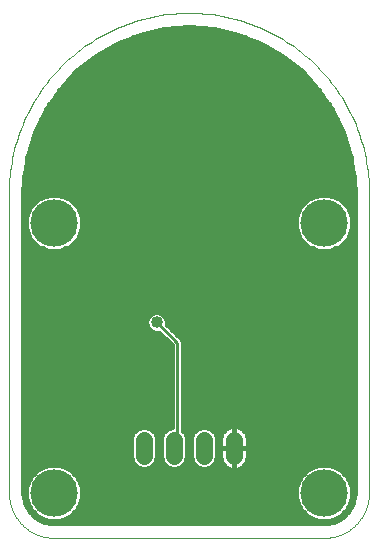
<source format=gbl>
G75*
%MOIN*%
%OFA0B0*%
%FSLAX25Y25*%
%IPPOS*%
%LPD*%
%AMOC8*
5,1,8,0,0,1.08239X$1,22.5*
%
%ADD10C,0.00000*%
%ADD11C,0.05543*%
%ADD12C,0.15811*%
%ADD13C,0.01000*%
%ADD14C,0.04000*%
%ADD15C,0.01600*%
D10*
X0003800Y0017800D02*
X0003800Y0117800D01*
X0003818Y0119261D01*
X0003871Y0120721D01*
X0003960Y0122180D01*
X0004084Y0123636D01*
X0004244Y0125088D01*
X0004439Y0126536D01*
X0004670Y0127979D01*
X0004935Y0129416D01*
X0005235Y0130846D01*
X0005570Y0132268D01*
X0005940Y0133682D01*
X0006344Y0135086D01*
X0006782Y0136480D01*
X0007254Y0137863D01*
X0007759Y0139234D01*
X0008298Y0140592D01*
X0008869Y0141937D01*
X0009473Y0143267D01*
X0010109Y0144583D01*
X0010777Y0145882D01*
X0011477Y0147165D01*
X0012208Y0148430D01*
X0012969Y0149678D01*
X0013760Y0150906D01*
X0014581Y0152115D01*
X0015431Y0153303D01*
X0016310Y0154470D01*
X0017217Y0155616D01*
X0018152Y0156739D01*
X0019114Y0157839D01*
X0020102Y0158915D01*
X0021116Y0159967D01*
X0022156Y0160994D01*
X0023220Y0161995D01*
X0024308Y0162971D01*
X0025420Y0163919D01*
X0026554Y0164840D01*
X0027711Y0165733D01*
X0028888Y0166597D01*
X0030087Y0167433D01*
X0031306Y0168239D01*
X0032544Y0169016D01*
X0033800Y0169762D01*
X0035074Y0170477D01*
X0036365Y0171161D01*
X0037673Y0171813D01*
X0038996Y0172433D01*
X0040334Y0173021D01*
X0041685Y0173576D01*
X0043050Y0174098D01*
X0044427Y0174586D01*
X0045816Y0175041D01*
X0047215Y0175462D01*
X0048624Y0175849D01*
X0050042Y0176201D01*
X0051468Y0176519D01*
X0052902Y0176802D01*
X0054342Y0177050D01*
X0055787Y0177263D01*
X0057238Y0177440D01*
X0058692Y0177582D01*
X0060149Y0177689D01*
X0061609Y0177760D01*
X0063069Y0177796D01*
X0064531Y0177796D01*
X0065991Y0177760D01*
X0067451Y0177689D01*
X0068908Y0177582D01*
X0070362Y0177440D01*
X0071813Y0177263D01*
X0073258Y0177050D01*
X0074698Y0176802D01*
X0076132Y0176519D01*
X0077558Y0176201D01*
X0078976Y0175849D01*
X0080385Y0175462D01*
X0081784Y0175041D01*
X0083173Y0174586D01*
X0084550Y0174098D01*
X0085915Y0173576D01*
X0087266Y0173021D01*
X0088604Y0172433D01*
X0089927Y0171813D01*
X0091235Y0171161D01*
X0092526Y0170477D01*
X0093800Y0169762D01*
X0095056Y0169016D01*
X0096294Y0168239D01*
X0097513Y0167433D01*
X0098712Y0166597D01*
X0099889Y0165733D01*
X0101046Y0164840D01*
X0102180Y0163919D01*
X0103292Y0162971D01*
X0104380Y0161995D01*
X0105444Y0160994D01*
X0106484Y0159967D01*
X0107498Y0158915D01*
X0108486Y0157839D01*
X0109448Y0156739D01*
X0110383Y0155616D01*
X0111290Y0154470D01*
X0112169Y0153303D01*
X0113019Y0152115D01*
X0113840Y0150906D01*
X0114631Y0149678D01*
X0115392Y0148430D01*
X0116123Y0147165D01*
X0116823Y0145882D01*
X0117491Y0144583D01*
X0118127Y0143267D01*
X0118731Y0141937D01*
X0119302Y0140592D01*
X0119841Y0139234D01*
X0120346Y0137863D01*
X0120818Y0136480D01*
X0121256Y0135086D01*
X0121660Y0133682D01*
X0122030Y0132268D01*
X0122365Y0130846D01*
X0122665Y0129416D01*
X0122930Y0127979D01*
X0123161Y0126536D01*
X0123356Y0125088D01*
X0123516Y0123636D01*
X0123640Y0122180D01*
X0123729Y0120721D01*
X0123782Y0119261D01*
X0123800Y0117800D01*
X0123800Y0017800D01*
X0123796Y0017438D01*
X0123782Y0017075D01*
X0123761Y0016713D01*
X0123730Y0016352D01*
X0123691Y0015992D01*
X0123643Y0015633D01*
X0123586Y0015275D01*
X0123521Y0014918D01*
X0123447Y0014563D01*
X0123364Y0014210D01*
X0123273Y0013859D01*
X0123174Y0013511D01*
X0123066Y0013165D01*
X0122950Y0012821D01*
X0122825Y0012481D01*
X0122693Y0012144D01*
X0122552Y0011810D01*
X0122403Y0011479D01*
X0122246Y0011152D01*
X0122082Y0010829D01*
X0121910Y0010510D01*
X0121730Y0010196D01*
X0121542Y0009885D01*
X0121347Y0009580D01*
X0121145Y0009279D01*
X0120935Y0008983D01*
X0120719Y0008693D01*
X0120495Y0008407D01*
X0120265Y0008127D01*
X0120028Y0007853D01*
X0119784Y0007585D01*
X0119534Y0007322D01*
X0119278Y0007066D01*
X0119015Y0006816D01*
X0118747Y0006572D01*
X0118473Y0006335D01*
X0118193Y0006105D01*
X0117907Y0005881D01*
X0117617Y0005665D01*
X0117321Y0005455D01*
X0117020Y0005253D01*
X0116715Y0005058D01*
X0116404Y0004870D01*
X0116090Y0004690D01*
X0115771Y0004518D01*
X0115448Y0004354D01*
X0115121Y0004197D01*
X0114790Y0004048D01*
X0114456Y0003907D01*
X0114119Y0003775D01*
X0113779Y0003650D01*
X0113435Y0003534D01*
X0113089Y0003426D01*
X0112741Y0003327D01*
X0112390Y0003236D01*
X0112037Y0003153D01*
X0111682Y0003079D01*
X0111325Y0003014D01*
X0110967Y0002957D01*
X0110608Y0002909D01*
X0110248Y0002870D01*
X0109887Y0002839D01*
X0109525Y0002818D01*
X0109162Y0002804D01*
X0108800Y0002800D01*
X0018800Y0002800D01*
X0018438Y0002804D01*
X0018075Y0002818D01*
X0017713Y0002839D01*
X0017352Y0002870D01*
X0016992Y0002909D01*
X0016633Y0002957D01*
X0016275Y0003014D01*
X0015918Y0003079D01*
X0015563Y0003153D01*
X0015210Y0003236D01*
X0014859Y0003327D01*
X0014511Y0003426D01*
X0014165Y0003534D01*
X0013821Y0003650D01*
X0013481Y0003775D01*
X0013144Y0003907D01*
X0012810Y0004048D01*
X0012479Y0004197D01*
X0012152Y0004354D01*
X0011829Y0004518D01*
X0011510Y0004690D01*
X0011196Y0004870D01*
X0010885Y0005058D01*
X0010580Y0005253D01*
X0010279Y0005455D01*
X0009983Y0005665D01*
X0009693Y0005881D01*
X0009407Y0006105D01*
X0009127Y0006335D01*
X0008853Y0006572D01*
X0008585Y0006816D01*
X0008322Y0007066D01*
X0008066Y0007322D01*
X0007816Y0007585D01*
X0007572Y0007853D01*
X0007335Y0008127D01*
X0007105Y0008407D01*
X0006881Y0008693D01*
X0006665Y0008983D01*
X0006455Y0009279D01*
X0006253Y0009580D01*
X0006058Y0009885D01*
X0005870Y0010196D01*
X0005690Y0010510D01*
X0005518Y0010829D01*
X0005354Y0011152D01*
X0005197Y0011479D01*
X0005048Y0011810D01*
X0004907Y0012144D01*
X0004775Y0012481D01*
X0004650Y0012821D01*
X0004534Y0013165D01*
X0004426Y0013511D01*
X0004327Y0013859D01*
X0004236Y0014210D01*
X0004153Y0014563D01*
X0004079Y0014918D01*
X0004014Y0015275D01*
X0003957Y0015633D01*
X0003909Y0015992D01*
X0003870Y0016352D01*
X0003839Y0016713D01*
X0003818Y0017075D01*
X0003804Y0017438D01*
X0003800Y0017800D01*
D11*
X0048800Y0030028D02*
X0048800Y0035572D01*
X0058800Y0035572D02*
X0058800Y0030028D01*
X0068800Y0030028D02*
X0068800Y0035572D01*
X0078800Y0035572D02*
X0078800Y0030028D01*
D12*
X0108800Y0017800D03*
X0108800Y0107800D03*
X0018800Y0107800D03*
X0018800Y0017800D03*
D13*
X0059887Y0067745D02*
X0052997Y0074635D01*
X0059887Y0067745D02*
X0059887Y0033296D01*
X0058902Y0033296D01*
X0058800Y0032800D01*
D14*
X0052997Y0074635D03*
X0064808Y0143532D03*
D15*
X0009376Y0013897D02*
X0010708Y0011591D01*
X0012591Y0009708D01*
X0014897Y0008376D01*
X0017469Y0007687D01*
X0018800Y0007600D01*
X0108800Y0007600D01*
X0110131Y0007687D01*
X0112703Y0008376D01*
X0115009Y0009708D01*
X0116892Y0011591D01*
X0118224Y0013897D01*
X0118913Y0016469D01*
X0119000Y0017800D01*
X0119000Y0117800D01*
X0118846Y0121925D01*
X0117616Y0130083D01*
X0115184Y0137967D01*
X0111605Y0145400D01*
X0111605Y0145400D01*
X0106957Y0152217D01*
X0106957Y0152217D01*
X0101346Y0158264D01*
X0094895Y0163408D01*
X0087750Y0167533D01*
X0080070Y0170548D01*
X0072027Y0172383D01*
X0063800Y0173000D01*
X0055573Y0172383D01*
X0047530Y0170548D01*
X0039850Y0167533D01*
X0032705Y0163408D01*
X0026254Y0158264D01*
X0020643Y0152217D01*
X0015995Y0145400D01*
X0012416Y0137967D01*
X0009984Y0130083D01*
X0008754Y0121925D01*
X0008600Y0117800D01*
X0008600Y0017800D01*
X0008687Y0016469D01*
X0009376Y0013897D01*
X0009191Y0014588D02*
X0010058Y0014588D01*
X0009494Y0015949D02*
X0010911Y0012529D01*
X0013529Y0009911D01*
X0016949Y0008494D01*
X0020651Y0008494D01*
X0024071Y0009911D01*
X0026689Y0012529D01*
X0028105Y0015949D01*
X0028105Y0019651D01*
X0026689Y0023071D01*
X0024071Y0025689D01*
X0020651Y0027105D01*
X0016949Y0027105D01*
X0013529Y0025689D01*
X0010911Y0023071D01*
X0009494Y0019651D01*
X0009494Y0015949D01*
X0009494Y0016187D02*
X0008763Y0016187D01*
X0008601Y0017785D02*
X0009494Y0017785D01*
X0009494Y0019384D02*
X0008600Y0019384D01*
X0008600Y0020982D02*
X0010046Y0020982D01*
X0010708Y0022581D02*
X0008600Y0022581D01*
X0008600Y0024179D02*
X0012019Y0024179D01*
X0013743Y0025778D02*
X0008600Y0025778D01*
X0008600Y0027376D02*
X0045553Y0027376D01*
X0045263Y0027665D02*
X0044628Y0029199D01*
X0044628Y0036401D01*
X0045263Y0037935D01*
X0046437Y0039108D01*
X0047970Y0039743D01*
X0049630Y0039743D01*
X0051163Y0039108D01*
X0052337Y0037935D01*
X0052972Y0036401D01*
X0052972Y0029199D01*
X0052337Y0027665D01*
X0051163Y0026492D01*
X0049630Y0025857D01*
X0047970Y0025857D01*
X0046437Y0026492D01*
X0045263Y0027665D01*
X0044721Y0028975D02*
X0008600Y0028975D01*
X0008600Y0030573D02*
X0044628Y0030573D01*
X0044628Y0032172D02*
X0008600Y0032172D01*
X0008600Y0033770D02*
X0044628Y0033770D01*
X0044628Y0035369D02*
X0008600Y0035369D01*
X0008600Y0036967D02*
X0044863Y0036967D01*
X0045895Y0038566D02*
X0008600Y0038566D01*
X0008600Y0040164D02*
X0057987Y0040164D01*
X0057987Y0039743D02*
X0057970Y0039743D01*
X0056437Y0039108D01*
X0055263Y0037935D01*
X0054628Y0036401D01*
X0054628Y0029199D01*
X0055263Y0027665D01*
X0056437Y0026492D01*
X0057970Y0025857D01*
X0059630Y0025857D01*
X0061163Y0026492D01*
X0062337Y0027665D01*
X0062972Y0029199D01*
X0062972Y0036401D01*
X0062337Y0037935D01*
X0061787Y0038485D01*
X0061787Y0068532D01*
X0060674Y0069645D01*
X0056386Y0073932D01*
X0056397Y0073958D01*
X0056397Y0075311D01*
X0055879Y0076561D01*
X0054923Y0077517D01*
X0053673Y0078035D01*
X0052321Y0078035D01*
X0051071Y0077517D01*
X0050114Y0076561D01*
X0049597Y0075311D01*
X0049597Y0073958D01*
X0050114Y0072709D01*
X0051071Y0071752D01*
X0052321Y0071235D01*
X0053673Y0071235D01*
X0053699Y0071245D01*
X0057987Y0066958D01*
X0057987Y0039743D01*
X0057987Y0041763D02*
X0008600Y0041763D01*
X0008600Y0043361D02*
X0057987Y0043361D01*
X0057987Y0044960D02*
X0008600Y0044960D01*
X0008600Y0046558D02*
X0057987Y0046558D01*
X0057987Y0048157D02*
X0008600Y0048157D01*
X0008600Y0049755D02*
X0057987Y0049755D01*
X0057987Y0051354D02*
X0008600Y0051354D01*
X0008600Y0052952D02*
X0057987Y0052952D01*
X0057987Y0054551D02*
X0008600Y0054551D01*
X0008600Y0056149D02*
X0057987Y0056149D01*
X0057987Y0057748D02*
X0008600Y0057748D01*
X0008600Y0059346D02*
X0057987Y0059346D01*
X0057987Y0060945D02*
X0008600Y0060945D01*
X0008600Y0062543D02*
X0057987Y0062543D01*
X0057987Y0064142D02*
X0008600Y0064142D01*
X0008600Y0065740D02*
X0057987Y0065740D01*
X0057606Y0067339D02*
X0008600Y0067339D01*
X0008600Y0068937D02*
X0056007Y0068937D01*
X0054409Y0070536D02*
X0008600Y0070536D01*
X0008600Y0072134D02*
X0050689Y0072134D01*
X0049690Y0073733D02*
X0008600Y0073733D01*
X0008600Y0075332D02*
X0049605Y0075332D01*
X0050484Y0076930D02*
X0008600Y0076930D01*
X0008600Y0078529D02*
X0119000Y0078529D01*
X0119000Y0080127D02*
X0008600Y0080127D01*
X0008600Y0081726D02*
X0119000Y0081726D01*
X0119000Y0083324D02*
X0008600Y0083324D01*
X0008600Y0084923D02*
X0119000Y0084923D01*
X0119000Y0086521D02*
X0008600Y0086521D01*
X0008600Y0088120D02*
X0119000Y0088120D01*
X0119000Y0089718D02*
X0008600Y0089718D01*
X0008600Y0091317D02*
X0119000Y0091317D01*
X0119000Y0092915D02*
X0008600Y0092915D01*
X0008600Y0094514D02*
X0119000Y0094514D01*
X0119000Y0096112D02*
X0008600Y0096112D01*
X0008600Y0097711D02*
X0119000Y0097711D01*
X0119000Y0099309D02*
X0112618Y0099309D01*
X0114071Y0099911D02*
X0116689Y0102529D01*
X0118105Y0105949D01*
X0118105Y0109651D01*
X0116689Y0113071D01*
X0114071Y0115689D01*
X0110651Y0117105D01*
X0106949Y0117105D01*
X0103529Y0115689D01*
X0100911Y0113071D01*
X0099494Y0109651D01*
X0099494Y0105949D01*
X0100911Y0102529D01*
X0103529Y0099911D01*
X0106949Y0098494D01*
X0110651Y0098494D01*
X0114071Y0099911D01*
X0115068Y0100908D02*
X0119000Y0100908D01*
X0119000Y0102506D02*
X0116666Y0102506D01*
X0117342Y0104105D02*
X0119000Y0104105D01*
X0119000Y0105703D02*
X0118004Y0105703D01*
X0118105Y0107302D02*
X0119000Y0107302D01*
X0119000Y0108900D02*
X0118105Y0108900D01*
X0117754Y0110499D02*
X0119000Y0110499D01*
X0119000Y0112097D02*
X0117092Y0112097D01*
X0116064Y0113696D02*
X0119000Y0113696D01*
X0119000Y0115294D02*
X0114466Y0115294D01*
X0111164Y0116893D02*
X0119000Y0116893D01*
X0118974Y0118491D02*
X0008626Y0118491D01*
X0008600Y0116893D02*
X0016436Y0116893D01*
X0016949Y0117105D02*
X0013529Y0115689D01*
X0010911Y0113071D01*
X0009494Y0109651D01*
X0009494Y0105949D01*
X0010911Y0102529D01*
X0013529Y0099911D01*
X0016949Y0098494D01*
X0020651Y0098494D01*
X0024071Y0099911D01*
X0026689Y0102529D01*
X0028105Y0105949D01*
X0028105Y0109651D01*
X0026689Y0113071D01*
X0024071Y0115689D01*
X0020651Y0117105D01*
X0016949Y0117105D01*
X0021164Y0116893D02*
X0106436Y0116893D01*
X0103134Y0115294D02*
X0024466Y0115294D01*
X0026064Y0113696D02*
X0101536Y0113696D01*
X0100508Y0112097D02*
X0027092Y0112097D01*
X0027754Y0110499D02*
X0099846Y0110499D01*
X0099494Y0108900D02*
X0028105Y0108900D01*
X0028105Y0107302D02*
X0099494Y0107302D01*
X0099596Y0105703D02*
X0028004Y0105703D01*
X0027342Y0104105D02*
X0100258Y0104105D01*
X0100934Y0102506D02*
X0026666Y0102506D01*
X0025068Y0100908D02*
X0102532Y0100908D01*
X0104982Y0099309D02*
X0022618Y0099309D01*
X0014982Y0099309D02*
X0008600Y0099309D01*
X0008600Y0100908D02*
X0012532Y0100908D01*
X0010934Y0102506D02*
X0008600Y0102506D01*
X0008600Y0104105D02*
X0010258Y0104105D01*
X0009596Y0105703D02*
X0008600Y0105703D01*
X0008600Y0107302D02*
X0009494Y0107302D01*
X0009494Y0108900D02*
X0008600Y0108900D01*
X0008600Y0110499D02*
X0009846Y0110499D01*
X0010508Y0112097D02*
X0008600Y0112097D01*
X0008600Y0113696D02*
X0011536Y0113696D01*
X0013134Y0115294D02*
X0008600Y0115294D01*
X0008686Y0120090D02*
X0118914Y0120090D01*
X0118855Y0121688D02*
X0008745Y0121688D01*
X0008960Y0123287D02*
X0118640Y0123287D01*
X0118399Y0124885D02*
X0009201Y0124885D01*
X0009441Y0126484D02*
X0118159Y0126484D01*
X0117918Y0128082D02*
X0009682Y0128082D01*
X0009923Y0129681D02*
X0117677Y0129681D01*
X0117247Y0131279D02*
X0010353Y0131279D01*
X0010846Y0132878D02*
X0116754Y0132878D01*
X0116261Y0134476D02*
X0011339Y0134476D01*
X0011832Y0136075D02*
X0115768Y0136075D01*
X0115275Y0137673D02*
X0012325Y0137673D01*
X0013044Y0139272D02*
X0114556Y0139272D01*
X0113786Y0140870D02*
X0013814Y0140870D01*
X0014584Y0142469D02*
X0113016Y0142469D01*
X0112246Y0144068D02*
X0015354Y0144068D01*
X0016177Y0145666D02*
X0111423Y0145666D01*
X0110333Y0147265D02*
X0017267Y0147265D01*
X0018356Y0148863D02*
X0109244Y0148863D01*
X0108154Y0150462D02*
X0019446Y0150462D01*
X0020536Y0152060D02*
X0107064Y0152060D01*
X0105619Y0153659D02*
X0021981Y0153659D01*
X0023464Y0155257D02*
X0104136Y0155257D01*
X0102653Y0156856D02*
X0024947Y0156856D01*
X0026492Y0158454D02*
X0101108Y0158454D01*
X0099103Y0160053D02*
X0028497Y0160053D01*
X0030501Y0161651D02*
X0097099Y0161651D01*
X0095094Y0163250D02*
X0032506Y0163250D01*
X0035198Y0164848D02*
X0092402Y0164848D01*
X0089633Y0166447D02*
X0037967Y0166447D01*
X0041153Y0168045D02*
X0086447Y0168045D01*
X0082374Y0169644D02*
X0045226Y0169644D01*
X0050573Y0171242D02*
X0077027Y0171242D01*
X0065926Y0172841D02*
X0061674Y0172841D01*
X0055510Y0076930D02*
X0119000Y0076930D01*
X0119000Y0075332D02*
X0056388Y0075332D01*
X0056585Y0073733D02*
X0119000Y0073733D01*
X0119000Y0072134D02*
X0058184Y0072134D01*
X0059782Y0070536D02*
X0119000Y0070536D01*
X0119000Y0068937D02*
X0061381Y0068937D01*
X0061787Y0067339D02*
X0119000Y0067339D01*
X0119000Y0065740D02*
X0061787Y0065740D01*
X0061787Y0064142D02*
X0119000Y0064142D01*
X0119000Y0062543D02*
X0061787Y0062543D01*
X0061787Y0060945D02*
X0119000Y0060945D01*
X0119000Y0059346D02*
X0061787Y0059346D01*
X0061787Y0057748D02*
X0119000Y0057748D01*
X0119000Y0056149D02*
X0061787Y0056149D01*
X0061787Y0054551D02*
X0119000Y0054551D01*
X0119000Y0052952D02*
X0061787Y0052952D01*
X0061787Y0051354D02*
X0119000Y0051354D01*
X0119000Y0049755D02*
X0061787Y0049755D01*
X0061787Y0048157D02*
X0119000Y0048157D01*
X0119000Y0046558D02*
X0061787Y0046558D01*
X0061787Y0044960D02*
X0119000Y0044960D01*
X0119000Y0043361D02*
X0061787Y0043361D01*
X0061787Y0041763D02*
X0119000Y0041763D01*
X0119000Y0040164D02*
X0061787Y0040164D01*
X0061787Y0038566D02*
X0065895Y0038566D01*
X0066437Y0039108D02*
X0065263Y0037935D01*
X0064628Y0036401D01*
X0064628Y0029199D01*
X0065263Y0027665D01*
X0066437Y0026492D01*
X0067970Y0025857D01*
X0069630Y0025857D01*
X0071163Y0026492D01*
X0072337Y0027665D01*
X0072972Y0029199D01*
X0072972Y0036401D01*
X0072337Y0037935D01*
X0071163Y0039108D01*
X0069630Y0039743D01*
X0067970Y0039743D01*
X0066437Y0039108D01*
X0064863Y0036967D02*
X0062737Y0036967D01*
X0062972Y0035369D02*
X0064628Y0035369D01*
X0064628Y0033770D02*
X0062972Y0033770D01*
X0062972Y0032172D02*
X0064628Y0032172D01*
X0064628Y0030573D02*
X0062972Y0030573D01*
X0062879Y0028975D02*
X0064721Y0028975D01*
X0065553Y0027376D02*
X0062047Y0027376D01*
X0055553Y0027376D02*
X0052047Y0027376D01*
X0052879Y0028975D02*
X0054721Y0028975D01*
X0054628Y0030573D02*
X0052972Y0030573D01*
X0052972Y0032172D02*
X0054628Y0032172D01*
X0054628Y0033770D02*
X0052972Y0033770D01*
X0052972Y0035369D02*
X0054628Y0035369D01*
X0054863Y0036967D02*
X0052737Y0036967D01*
X0051705Y0038566D02*
X0055895Y0038566D01*
X0071705Y0038566D02*
X0075329Y0038566D01*
X0075313Y0038550D02*
X0074890Y0037968D01*
X0074563Y0037327D01*
X0074341Y0036642D01*
X0074228Y0035931D01*
X0074228Y0032886D01*
X0078714Y0032886D01*
X0078714Y0040143D01*
X0078440Y0040143D01*
X0077729Y0040031D01*
X0077045Y0039808D01*
X0076404Y0039482D01*
X0075822Y0039059D01*
X0075313Y0038550D01*
X0074447Y0036967D02*
X0072737Y0036967D01*
X0072972Y0035369D02*
X0074228Y0035369D01*
X0074228Y0033770D02*
X0072972Y0033770D01*
X0072972Y0032172D02*
X0074228Y0032172D01*
X0074228Y0032714D02*
X0074228Y0029669D01*
X0074341Y0028958D01*
X0074563Y0028273D01*
X0074890Y0027632D01*
X0075313Y0027050D01*
X0075822Y0026541D01*
X0076404Y0026118D01*
X0077045Y0025792D01*
X0077729Y0025569D01*
X0078440Y0025457D01*
X0078714Y0025457D01*
X0078714Y0032714D01*
X0078886Y0032714D01*
X0078886Y0032886D01*
X0083372Y0032886D01*
X0083372Y0035931D01*
X0083259Y0036642D01*
X0083037Y0037327D01*
X0082710Y0037968D01*
X0082287Y0038550D01*
X0081778Y0039059D01*
X0081196Y0039482D01*
X0080555Y0039808D01*
X0079871Y0040031D01*
X0079160Y0040143D01*
X0078886Y0040143D01*
X0078886Y0032886D01*
X0078714Y0032886D01*
X0078714Y0032714D01*
X0074228Y0032714D01*
X0074228Y0030573D02*
X0072972Y0030573D01*
X0072879Y0028975D02*
X0074338Y0028975D01*
X0075076Y0027376D02*
X0072047Y0027376D01*
X0077088Y0025778D02*
X0023857Y0025778D01*
X0025581Y0024179D02*
X0102019Y0024179D01*
X0100911Y0023071D02*
X0099494Y0019651D01*
X0099494Y0015949D01*
X0100911Y0012529D01*
X0103529Y0009911D01*
X0106949Y0008494D01*
X0110651Y0008494D01*
X0114071Y0009911D01*
X0116689Y0012529D01*
X0118105Y0015949D01*
X0118105Y0019651D01*
X0116689Y0023071D01*
X0114071Y0025689D01*
X0110651Y0027105D01*
X0106949Y0027105D01*
X0103529Y0025689D01*
X0100911Y0023071D01*
X0100708Y0022581D02*
X0026892Y0022581D01*
X0027554Y0020982D02*
X0100046Y0020982D01*
X0099494Y0019384D02*
X0028105Y0019384D01*
X0028105Y0017785D02*
X0099494Y0017785D01*
X0099494Y0016187D02*
X0028105Y0016187D01*
X0027542Y0014588D02*
X0100058Y0014588D01*
X0100720Y0012990D02*
X0026880Y0012990D01*
X0025551Y0011391D02*
X0102049Y0011391D01*
X0103815Y0009793D02*
X0023785Y0009793D01*
X0015577Y0008194D02*
X0112023Y0008194D01*
X0113785Y0009793D02*
X0115094Y0009793D01*
X0115551Y0011391D02*
X0116693Y0011391D01*
X0116880Y0012990D02*
X0117700Y0012990D01*
X0117542Y0014588D02*
X0118409Y0014588D01*
X0118105Y0016187D02*
X0118837Y0016187D01*
X0118999Y0017785D02*
X0118105Y0017785D01*
X0118105Y0019384D02*
X0119000Y0019384D01*
X0119000Y0020982D02*
X0117554Y0020982D01*
X0116892Y0022581D02*
X0119000Y0022581D01*
X0119000Y0024179D02*
X0115581Y0024179D01*
X0113857Y0025778D02*
X0119000Y0025778D01*
X0119000Y0027376D02*
X0082524Y0027376D01*
X0082710Y0027632D02*
X0082287Y0027050D01*
X0081778Y0026541D01*
X0081196Y0026118D01*
X0080555Y0025792D01*
X0079871Y0025569D01*
X0079160Y0025457D01*
X0078886Y0025457D01*
X0078886Y0032714D01*
X0083372Y0032714D01*
X0083372Y0029669D01*
X0083259Y0028958D01*
X0083037Y0028273D01*
X0082710Y0027632D01*
X0083262Y0028975D02*
X0119000Y0028975D01*
X0119000Y0030573D02*
X0083372Y0030573D01*
X0083372Y0032172D02*
X0119000Y0032172D01*
X0119000Y0033770D02*
X0083372Y0033770D01*
X0083372Y0035369D02*
X0119000Y0035369D01*
X0119000Y0036967D02*
X0083153Y0036967D01*
X0082271Y0038566D02*
X0119000Y0038566D01*
X0103743Y0025778D02*
X0080512Y0025778D01*
X0078886Y0025778D02*
X0078714Y0025778D01*
X0078714Y0027376D02*
X0078886Y0027376D01*
X0078886Y0028975D02*
X0078714Y0028975D01*
X0078714Y0030573D02*
X0078886Y0030573D01*
X0078886Y0032172D02*
X0078714Y0032172D01*
X0078714Y0033770D02*
X0078886Y0033770D01*
X0078886Y0035369D02*
X0078714Y0035369D01*
X0078714Y0036967D02*
X0078886Y0036967D01*
X0078886Y0038566D02*
X0078714Y0038566D01*
X0013815Y0009793D02*
X0012506Y0009793D01*
X0012049Y0011391D02*
X0010907Y0011391D01*
X0010720Y0012990D02*
X0009900Y0012990D01*
M02*

</source>
